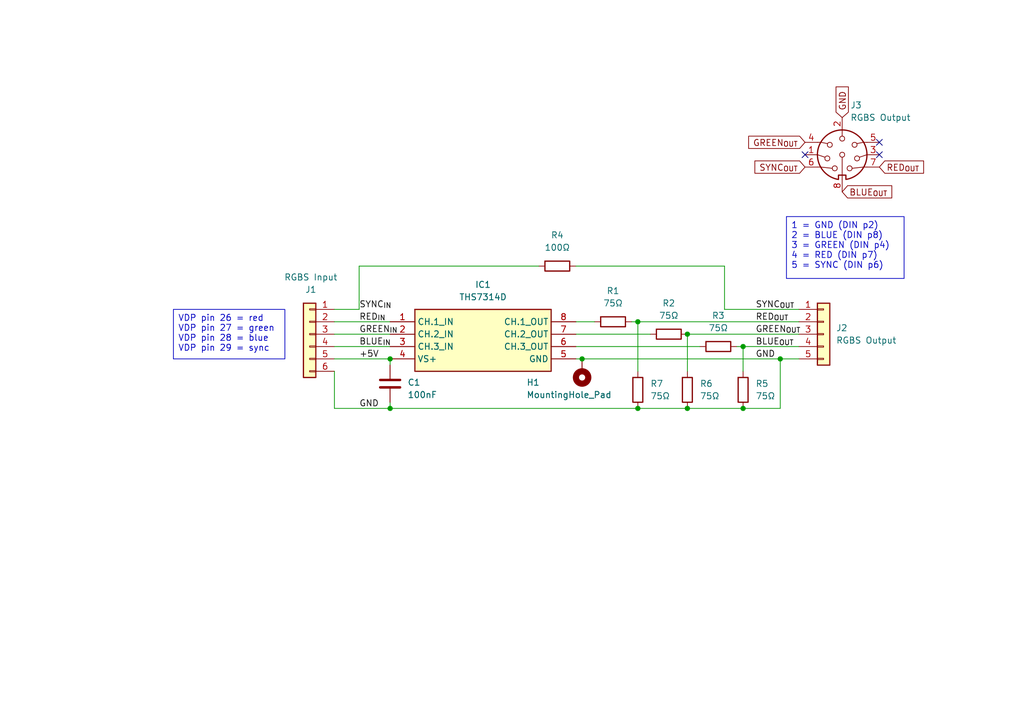
<source format=kicad_sch>
(kicad_sch (version 20250114) (generator "eeschema") (generator_version "9.0")
  (paper "A5")
  (title_block (title "Sega Mark III RGB Amplifier (Internal)") (date "22/NOV/2025") (rev "B") (company "Brett Hallen") (comment 1 "youtube.com/@brfff") (comment 3 "Idea from にがMSX"))
  (lib_symbols
    (symbol "Connector:DIN-8" (pin_names (offset 1.016))
      (property "Reference" "J" (at 3.175 5.715 0))
      (property "Value" "DIN-8" (at 2.032 -5.842 0))
      (symbol "DIN-8_0_1"
        (polyline (pts (xy -5.08 2.54) (xy -4.318 2.54) (xy -3.048 2.286)))
        (polyline (pts (xy -5.08 0) (xy -3.556 -0.508)))
        (polyline (pts (xy -5.08 -2.54) (xy -4.318 -2.54) (xy -2.032 -2.794)))
        (circle (center -3.048 -0.762) (radius 0.508))
        (circle (center -2.54 2.032) (radius 0.508))
        (circle (center -1.524 -2.794) (radius 0.508))
        (polyline (pts (xy -0.762 -4.953) (xy -0.762 -4.191) (xy 0.762 -4.191) (xy 0.762 -4.953)) (stroke (width 0.254)))
        (arc (start 5.08 0) (mid 3.8673 -3.3444) (end 0.762 -5.08) (stroke (width 0.254)))
        (polyline (pts (xy 0 5.08) (xy 0 3.81)))
        (circle (center 0 3.302) (radius 0.508))
        (circle (center 0 0) (radius 0.508))
        (arc (start -5.08 0) (mid 0 5.0579) (end 5.08 0) (stroke (width 0.254)))
        (polyline (pts (xy 0 -0.508) (xy 0 -5.08)))
        (arc (start -0.762 -5.08) (mid -3.8597 -3.3379) (end -5.08 0) (stroke (width 0.254)))
        (circle (center 1.524 -2.794) (radius 0.508))
        (circle (center 2.54 2.032) (radius 0.508))
        (circle (center 3.048 -0.762) (radius 0.508))
        (polyline (pts (xy 5.08 2.54) (xy 4.318 2.54) (xy 3.048 2.286)))
        (polyline (pts (xy 5.08 0) (xy 3.556 -0.508)))
        (polyline (pts (xy 5.08 -2.54) (xy 4.318 -2.54) (xy 2.032 -2.794)))
      )
      (symbol "DIN-8_1_1"
        (pin passive line (at -7.62 2.54 0) (length 2.54) (name "~") (number "4"))
        (pin passive line (at -7.62 0 0) (length 2.54) (name "~") (number "1"))
        (pin passive line (at -7.62 -2.54 0) (length 2.54) (name "~") (number "6"))
        (pin passive line (at 0 7.62 270) (length 2.54) (name "~") (number "2"))
        (pin passive line (at 0 -7.62 90) (length 2.54) (name "~") (number "8"))
        (pin passive line (at 7.62 2.54 180) (length 2.54) (name "~") (number "5"))
        (pin passive line (at 7.62 0 180) (length 2.54) (name "~") (number "3"))
        (pin passive line (at 7.62 -2.54 180) (length 2.54) (name "~") (number "7"))
      )
    )
    (symbol "Connector_Generic:Conn_01x05" (pin_names (offset 1.016) (hide yes))
      (property "Reference" "J" (at 0 7.62 0))
      (property "Value" "Conn_01x05" (at 0 -7.62 0))
      (symbol "Conn_01x05_1_1"
        (rectangle (start -1.27 6.35) (end 1.27 -6.35) (stroke (width 0.254)) (fill (type background)))
        (rectangle (start -1.27 5.207) (end 0 4.953) (stroke (width 0.1524)))
        (rectangle (start -1.27 2.667) (end 0 2.413) (stroke (width 0.1524)))
        (rectangle (start -1.27 0.127) (end 0 -0.127) (stroke (width 0.1524)))
        (rectangle (start -1.27 -2.413) (end 0 -2.667) (stroke (width 0.1524)))
        (rectangle (start -1.27 -4.953) (end 0 -5.207) (stroke (width 0.1524)))
        (pin passive line (at -5.08 5.08 0) (length 3.81) (name "Pin_1") (number "1"))
        (pin passive line (at -5.08 2.54 0) (length 3.81) (name "Pin_2") (number "2"))
        (pin passive line (at -5.08 0 0) (length 3.81) (name "Pin_3") (number "3"))
        (pin passive line (at -5.08 -2.54 0) (length 3.81) (name "Pin_4") (number "4"))
        (pin passive line (at -5.08 -5.08 0) (length 3.81) (name "Pin_5") (number "5"))
      )
    )
    (symbol "Connector_Generic:Conn_01x06" (pin_names (offset 1.016) (hide yes))
      (property "Reference" "J" (at 0 7.62 0))
      (property "Value" "Conn_01x06" (at 0 -10.16 0))
      (symbol "Conn_01x06_1_1"
        (rectangle (start -1.27 6.35) (end 1.27 -8.89) (stroke (width 0.254)) (fill (type background)))
        (rectangle (start -1.27 5.207) (end 0 4.953) (stroke (width 0.1524)))
        (rectangle (start -1.27 2.667) (end 0 2.413) (stroke (width 0.1524)))
        (rectangle (start -1.27 0.127) (end 0 -0.127) (stroke (width 0.1524)))
        (rectangle (start -1.27 -2.413) (end 0 -2.667) (stroke (width 0.1524)))
        (rectangle (start -1.27 -4.953) (end 0 -5.207) (stroke (width 0.1524)))
        (rectangle (start -1.27 -7.493) (end 0 -7.747) (stroke (width 0.1524)))
        (pin passive line (at -5.08 5.08 0) (length 3.81) (name "Pin_1") (number "1"))
        (pin passive line (at -5.08 2.54 0) (length 3.81) (name "Pin_2") (number "2"))
        (pin passive line (at -5.08 0 0) (length 3.81) (name "Pin_3") (number "3"))
        (pin passive line (at -5.08 -2.54 0) (length 3.81) (name "Pin_4") (number "4"))
        (pin passive line (at -5.08 -5.08 0) (length 3.81) (name "Pin_5") (number "5"))
        (pin passive line (at -5.08 -7.62 0) (length 3.81) (name "Pin_6") (number "6"))
      )
    )
    (symbol "Device:C" (pin_numbers (hide yes)) (pin_names (offset 0.254))
      (property "Reference" "C" (at 0.635 2.54 0))
      (property "Value" "C" (at 0.635 -2.54 0))
      (symbol "C_0_1"
        (polyline (pts (xy -2.032 0.762) (xy 2.032 0.762)) (stroke (width 0.508)))
        (polyline (pts (xy -2.032 -0.762) (xy 2.032 -0.762)) (stroke (width 0.508)))
      )
      (symbol "C_1_1"
        (pin passive line (at 0 3.81 270) (length 2.794) (name "~") (number "1"))
        (pin passive line (at 0 -3.81 90) (length 2.794) (name "~") (number "2"))
      )
    )
    (symbol "Device:R" (pin_numbers (hide yes)) (pin_names (offset 0))
      (property "Reference" "R" (at 2.032 0 90))
      (property "Value" "R" (at 0 0 90))
      (symbol "R_0_1"
        (rectangle (start -1.016 -2.54) (end 1.016 2.54) (stroke (width 0.254)))
      )
      (symbol "R_1_1"
        (pin passive line (at 0 3.81 270) (length 1.27) (name "~") (number "1"))
        (pin passive line (at 0 -3.81 90) (length 1.27) (name "~") (number "2"))
      )
    )
    (symbol "Mechanical:MountingHole_Pad" (pin_numbers (hide yes)) (pin_names (offset 1.016) (hide yes)) (in_bom no)
      (property "Reference" "H" (at 0 6.35 0))
      (property "Value" "MountingHole_Pad" (at 0 4.445 0))
      (symbol "MountingHole_Pad_0_1"
        (circle (center 0 1.27) (radius 1.27) (stroke (width 1.27)))
      )
      (symbol "MountingHole_Pad_1_1"
        (pin input line (at 0 -2.54 90) (length 2.54) (name "1") (number "1"))
      )
    )
    (symbol "THS7314DR:THS7314DR"
      (property "Reference" "IC" (at 34.29 7.62 0))
      (property "Value" "THS7314DR" (at 34.29 5.08 0))
      (symbol "THS7314DR_1_1"
        (rectangle (start 5.08 2.54) (end 33.02 -10.16) (stroke (width 0.254)) (fill (type background)))
        (pin passive line (at 0 0 0) (length 5.08) (name "CH.1_IN") (number "1"))
        (pin passive line (at 0 -2.54 0) (length 5.08) (name "CH.2_IN") (number "2"))
        (pin passive line (at 0 -5.08 0) (length 5.08) (name "CH.3_IN") (number "3"))
        (pin passive line (at 0 -7.62 0) (length 5.08) (name "VS+") (number "4"))
        (pin passive line (at 38.1 0 180) (length 5.08) (name "CH.1_OUT") (number "8"))
        (pin passive line (at 38.1 -2.54 180) (length 5.08) (name "CH.2_OUT") (number "7"))
        (pin passive line (at 38.1 -5.08 180) (length 5.08) (name "CH.3_OUT") (number "6"))
        (pin passive line (at 38.1 -7.62 180) (length 5.08) (name "GND") (number "5"))
      )
    )
  )
  (text_box "VDP pin 26 = red\nVDP pin 27 = green\nVDP pin 28 = blue\nVDP pin 29 = sync" (at 35.56 63.5 0) (size 22.86 10.16) (margins 0.9525 0.9525 0.9525 0.9525) (effects (font (size 1.27 1.27)) (justify left top)))
  (text_box "1 = GND (DIN p2)\n2 = BLUE (DIN p8)\n3 = GREEN (DIN p4)\n4 = RED (DIN p7)\n5 = SYNC (DIN p6)" (at 161.29 44.45 0) (size 24.13 12.7) (margins 0.9525 0.9525 0.9525 0.9525) (effects (font (size 1.27 1.27)) (justify left top)))
  (junction (at 130.81 83.82))
  (junction (at 130.81 66.04))
  (junction (at 80.01 83.82))
  (junction (at 140.97 83.82))
  (junction (at 80.01 73.66))
  (junction (at 160.02 73.66))
  (junction (at 140.97 68.58))
  (junction (at 152.4 71.12))
  (junction (at 152.4 83.82))
  (junction (at 119.38 73.66))
  (no_connect (at 180.34 29.21))
  (no_connect (at 180.34 31.75))
  (no_connect (at 165.1 31.75))
  (wire (pts (xy 80.01 83.82) (xy 130.81 83.82)))
  (wire (pts (xy 118.11 73.66) (xy 119.38 73.66)))
  (wire (pts (xy 152.4 83.82) (xy 160.02 83.82)))
  (wire (pts (xy 129.54 66.04) (xy 130.81 66.04)))
  (wire (pts (xy 68.58 63.5) (xy 73.66 63.5)))
  (wire (pts (xy 121.92 66.04) (xy 118.11 66.04)))
  (wire (pts (xy 73.66 63.5) (xy 73.66 54.61)))
  (wire (pts (xy 148.59 63.5) (xy 163.83 63.5)))
  (wire (pts (xy 68.58 73.66) (xy 80.01 73.66)))
  (wire (pts (xy 68.58 83.82) (xy 80.01 83.82)))
  (wire (pts (xy 152.4 71.12) (xy 152.4 76.2)))
  (wire (pts (xy 68.58 76.2) (xy 68.58 83.82)))
  (wire (pts (xy 68.58 68.58) (xy 80.01 68.58)))
  (wire (pts (xy 163.83 73.66) (xy 160.02 73.66)))
  (wire (pts (xy 68.58 66.04) (xy 80.01 66.04)))
  (wire (pts (xy 160.02 73.66) (xy 160.02 83.82)))
  (wire (pts (xy 119.38 73.66) (xy 160.02 73.66)))
  (wire (pts (xy 130.81 66.04) (xy 163.83 66.04)))
  (wire (pts (xy 143.51 71.12) (xy 118.11 71.12)))
  (wire (pts (xy 140.97 76.2) (xy 140.97 68.58)))
  (wire (pts (xy 68.58 71.12) (xy 80.01 71.12)))
  (wire (pts (xy 151.13 71.12) (xy 152.4 71.12)))
  (wire (pts (xy 148.59 63.5) (xy 148.59 54.61)))
  (wire (pts (xy 130.81 66.04) (xy 130.81 76.2)))
  (wire (pts (xy 130.81 83.82) (xy 140.97 83.82)))
  (wire (pts (xy 148.59 54.61) (xy 118.11 54.61)))
  (wire (pts (xy 133.35 68.58) (xy 118.11 68.58)))
  (wire (pts (xy 80.01 73.66) (xy 80.01 74.93)))
  (wire (pts (xy 80.01 82.55) (xy 80.01 83.82)))
  (wire (pts (xy 73.66 54.61) (xy 110.49 54.61)))
  (wire (pts (xy 140.97 83.82) (xy 152.4 83.82)))
  (wire (pts (xy 140.97 68.58) (xy 163.83 68.58)))
  (wire (pts (xy 152.4 71.12) (xy 163.83 71.12)))
  (label "+5V" (at 73.66 73.66 0))
  (label "SYNC_{IN}" (at 73.66 63.5 0))
  (label "SYNC_{OUT}" (at 154.94 63.5 0))
  (label "BLUE_{OUT}" (at 154.94 71.12 0))
  (label "GREEN_{OUT}" (at 154.94 68.58 0))
  (label "RED_{IN}" (at 73.66 66.04 0))
  (label "GND" (at 154.94 73.66 0))
  (label "RED_{OUT}" (at 154.94 66.04 0))
  (label "GREEN_{IN}" (at 73.66 68.58 0))
  (label "GND" (at 73.66 83.82 0))
  (label "BLUE_{IN}" (at 73.66 71.12 0))
  (global_label "SYNC_{OUT}" (shape input) (at 165.1 34.29 180) (property "Intersheetrefs" "${INTERSHEET_REFS}" (effects (hide yes))))
  (global_label "GREEN_{OUT}" (shape input) (at 165.1 29.21 180) (property "Intersheetrefs" "${INTERSHEET_REFS}" (effects (hide yes))))
  (global_label "GND" (shape input) (at 172.72 24.13 90) (property "Intersheetrefs" "${INTERSHEET_REFS}" (effects (hide yes))))
  (global_label "RED_{OUT}" (shape input) (at 180.34 34.29 0) (property "Intersheetrefs" "${INTERSHEET_REFS}" (effects (hide yes))))
  (global_label "BLUE_{OUT}" (shape input) (at 172.72 39.37 0) (property "Intersheetrefs" "${INTERSHEET_REFS}" (effects (hide yes))))
  (symbol (lib_id "Device:R") (at 125.73 66.04 270) (unit 1)
    (property "Reference" "R1" (at 125.73 59.69 90))
    (property "Value" "75Ω" (at 125.73 62.23 90))
    (property "Footprint" "Resistor_SMD:R_0805_2012Metric_Pad1.20x1.40mm_HandSolder" (effects (hide yes)))
  )
  (symbol (lib_id "Device:R") (at 130.81 80.01 0) (unit 1)
    (property "Reference" "R7" (at 133.35 78.74 0) (effects (justify left)))
    (property "Value" "75Ω" (at 133.35 81.28 0) (effects (justify left)))
    (property "Footprint" "Resistor_SMD:R_0805_2012Metric_Pad1.20x1.40mm_HandSolder" (effects (hide yes)))
  )
  (symbol (lib_id "Device:C") (at 80.01 78.74 180) (unit 1)
    (property "Reference" "C1" (at 83.566 78.486 0) (effects (justify right)))
    (property "Value" "100nF" (at 83.566 81.026 0) (effects (justify right)))
    (property "Footprint" "Capacitor_SMD:C_0805_2012Metric_Pad1.18x1.45mm_HandSolder" (effects (hide yes)))
  )
  (symbol (lib_id "Connector_Generic:Conn_01x05") (at 168.91 68.58 0) (unit 1)
    (property "Reference" "J2" (at 171.45 67.3099 0) (effects (justify left)))
    (property "Value" "RGBS Output" (at 171.45 69.8499 0) (effects (justify left)))
    (property "Footprint" "Connector_PinHeader_2.54mm:PinHeader_1x05_P2.54mm_Horizontal" (effects (hide yes)))
    (property "Description" "Generic connector, single row, 01x05, script generated (kicad-library-utils/schlib/autogen/connector/)" (effects (hide yes)))
  )
  (symbol (lib_id "Connector:DIN-8") (at 172.72 31.75 0) (unit 1) (on_board no)
    (property "Reference" "J3" (at 174.3711 21.59 0) (effects (justify left)))
    (property "Value" "RGBS Output" (at 174.3711 24.13 0) (effects (justify left)))
    (property "Datasheet" "http://www.mouser.com/ds/2/18/40_c091_abd_e-75918.pdf" (effects (hide yes)))
    (property "Description" "8-pin DIN connector" (effects (hide yes)))
  )
  (symbol (lib_id "Connector_Generic:Conn_01x06") (at 63.5 68.58 0) (mirror y) (unit 1)
    (property "Reference" "J1" (at 63.754 59.436 0))
    (property "Value" "RGBS Input" (at 63.754 56.896 0))
    (property "Footprint" "Connector_PinHeader_2.54mm:PinHeader_1x06_P2.54mm_Horizontal" (effects (hide yes)))
    (property "Description" "Generic connector, single row, 01x06, script generated (kicad-library-utils/schlib/autogen/connector/)" (effects (hide yes)))
  )
  (symbol (lib_id "Device:R") (at 152.4 80.01 0) (unit 1)
    (property "Reference" "R5" (at 154.94 78.74 0) (effects (justify left)))
    (property "Value" "75Ω" (at 154.94 81.28 0) (effects (justify left)))
    (property "Footprint" "Resistor_SMD:R_0805_2012Metric_Pad1.20x1.40mm_HandSolder" (effects (hide yes)))
  )
  (symbol (lib_id "Device:R") (at 140.97 80.01 0) (unit 1)
    (property "Reference" "R6" (at 143.51 78.74 0) (effects (justify left)))
    (property "Value" "75Ω" (at 143.51 81.28 0) (effects (justify left)))
    (property "Footprint" "Resistor_SMD:R_0805_2012Metric_Pad1.20x1.40mm_HandSolder" (effects (hide yes)))
  )
  (symbol (lib_id "Mechanical:MountingHole_Pad") (at 119.38 76.2 180) (unit 1) (in_bom no)
    (property "Reference" "H1" (at 107.95 78.486 0) (effects (justify right)))
    (property "Value" "MountingHole_Pad" (at 107.95 81.026 0) (effects (justify right)))
    (property "Footprint" "MountingHole:MountingHole_3.2mm_M3_DIN965_Pad_TopBottom" (effects (hide yes)))
    (property "Description" "Mounting Hole with connection" (effects (hide yes)))
  )
  (symbol (lib_id "Device:R") (at 137.16 68.58 270) (unit 1)
    (property "Reference" "R2" (at 137.16 62.23 90))
    (property "Value" "75Ω" (at 137.16 64.77 90))
    (property "Footprint" "Resistor_SMD:R_0805_2012Metric_Pad1.20x1.40mm_HandSolder" (effects (hide yes)))
  )
  (symbol (lib_id "Device:R") (at 114.3 54.61 270) (unit 1)
    (property "Reference" "R4" (at 114.3 48.26 90))
    (property "Value" "100Ω" (at 114.3 50.8 90))
    (property "Footprint" "Resistor_SMD:R_0805_2012Metric_Pad1.20x1.40mm_HandSolder" (effects (hide yes)))
  )
  (symbol (lib_id "THS7314DR:THS7314DR") (at 80.01 66.04 0) (unit 1)
    (property "Reference" "IC1" (at 99.06 58.42 0))
    (property "Value" "THS7314D" (at 99.06 60.96 0))
    (property "Footprint" "KiCad:SOIC127P600X175-8N" (effects (hide yes)))
    (property "Datasheet" "http://www.ti.com/lit/gpn/THS7314" (effects (hide yes)))
    (property "Height" "1.75" (effects (hide yes)))
    (property "Mouser Part Number" "595-THS7314DR" (effects (hide yes)))
    (property "Mouser Price/Stock" "https://www.mouser.co.uk/ProductDetail/Texas-Instruments/THS7314DR?qs=vD%252BlfiDS0%252BMWkz7XDVK1Ng%3D%3D" (effects (hide yes)))
    (property "Manufacturer_Name" "Texas Instruments" (effects (hide yes)))
    (property "Manufacturer_Part_Number" "THS7314DR" (effects (hide yes)))
  )
  (symbol (lib_id "Device:R") (at 147.32 71.12 270) (unit 1)
    (property "Reference" "R3" (at 147.32 64.77 90))
    (property "Value" "75Ω" (at 147.32 67.31 90))
    (property "Footprint" "Resistor_SMD:R_0805_2012Metric_Pad1.20x1.40mm_HandSolder" (effects (hide yes)))
  )
)
</source>
